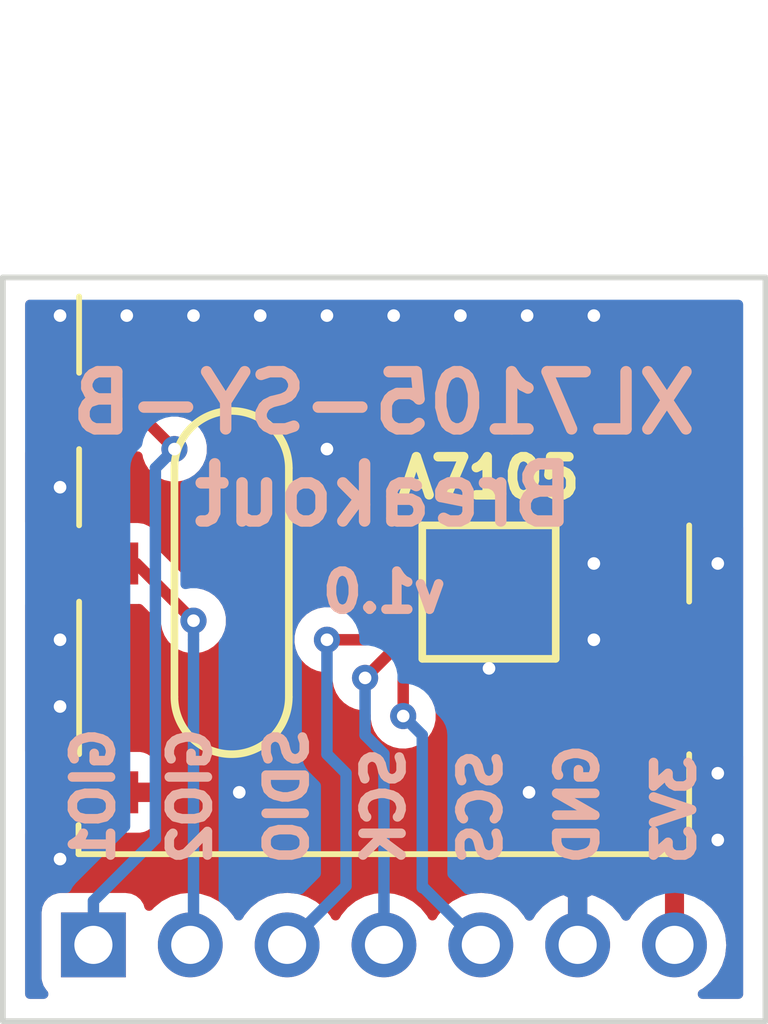
<source format=kicad_pcb>
(kicad_pcb (version 4) (host pcbnew 4.0.7)

  (general
    (links 8)
    (no_connects 0)
    (area 139.1176 94.572599 160.075001 123.5274)
    (thickness 0.8128)
    (drawings 22)
    (tracks 92)
    (zones 0)
    (modules 2)
    (nets 8)
  )

  (page A4)
  (layers
    (0 F.Cu signal)
    (31 B.Cu signal)
    (36 B.SilkS user)
    (37 F.SilkS user)
    (38 B.Mask user)
    (39 F.Mask user)
    (40 Dwgs.User user)
    (41 Cmts.User user)
    (42 Eco1.User user)
    (43 Eco2.User user)
    (44 Edge.Cuts user)
    (45 Margin user)
  )

  (setup
    (last_trace_width 0.3)
    (trace_clearance 0.1524)
    (zone_clearance 0.508)
    (zone_45_only no)
    (trace_min 0.1524)
    (segment_width 0.2)
    (edge_width 0.15)
    (via_size 0.6858)
    (via_drill 0.3302)
    (via_min_size 0.6858)
    (via_min_drill 0.3302)
    (uvia_size 0.6858)
    (uvia_drill 0.3302)
    (uvias_allowed no)
    (uvia_min_size 0.6858)
    (uvia_min_drill 0.3302)
    (pcb_text_width 0.3)
    (pcb_text_size 1.5 1.5)
    (mod_edge_width 0.15)
    (mod_text_size 1 1)
    (mod_text_width 0.15)
    (pad_size 1.524 1.524)
    (pad_drill 0.762)
    (pad_to_mask_clearance 0.0508)
    (aux_axis_origin 0 0)
    (visible_elements FFFFFF7F)
    (pcbplotparams
      (layerselection 0x010f0_80000001)
      (usegerberextensions false)
      (excludeedgelayer true)
      (linewidth 0.100000)
      (plotframeref false)
      (viasonmask false)
      (mode 1)
      (useauxorigin false)
      (hpglpennumber 1)
      (hpglpenspeed 20)
      (hpglpendiameter 15)
      (hpglpenoverlay 2)
      (psnegative false)
      (psa4output false)
      (plotreference true)
      (plotvalue true)
      (plotinvisibletext false)
      (padsonsilk false)
      (subtractmaskfromsilk false)
      (outputformat 1)
      (mirror false)
      (drillshape 0)
      (scaleselection 1)
      (outputdirectory ../gerbers/))
  )

  (net 0 "")
  (net 1 GIO1)
  (net 2 GIO2)
  (net 3 SDIO)
  (net 4 SCK)
  (net 5 GND)
  (net 6 VCC)
  (net 7 SCS)

  (net_class Default "This is the default net class."
    (clearance 0.1524)
    (trace_width 0.3)
    (via_dia 0.6858)
    (via_drill 0.3302)
    (uvia_dia 0.6858)
    (uvia_drill 0.3302)
    (add_net GIO1)
    (add_net GIO2)
    (add_net GND)
    (add_net SCK)
    (add_net SCS)
    (add_net SDIO)
    (add_net VCC)
  )

  (module XL7105-SY-B:XL7105-SY-B (layer F.Cu) (tedit 5AF4F405) (tstamp 5AF3E913)
    (at 143 103.5)
    (descr "Module, XL7105, A7105, 14 pad, SMD")
    (tags "Module XL7105-SY-B")
    (path /5AEB9301)
    (fp_text reference U1 (at 8.89 5.85 90) (layer F.SilkS) hide
      (effects (font (size 1 1) (thickness 0.15)))
    )
    (fp_text value XL7105-SY-B (at 5.08 5.85 90) (layer F.Fab) hide
      (effects (font (size 1 1) (thickness 0.15)))
    )
    (fp_line (start -1 1) (end -1 -1) (layer F.SilkS) (width 0.15))
    (fp_line (start 15 7) (end 15 5) (layer F.SilkS) (width 0.15))
    (fp_line (start 15 11) (end 15 13.621) (layer F.SilkS) (width 0.15))
    (fp_line (start -1 5) (end -1 3) (layer F.SilkS) (width 0.15))
    (fp_line (start -1 11) (end -1 7) (layer F.SilkS) (width 0.15))
    (fp_line (start -2.25 -0.5) (end -2.25 -8.75) (layer F.CrtYd) (width 0.05))
    (fp_line (start -2.25 -8.75) (end 15.25 -8.75) (layer F.CrtYd) (width 0.05))
    (fp_line (start 15.25 -8.75) (end 16.25 -8.75) (layer F.CrtYd) (width 0.05))
    (fp_line (start 16.25 -8.75) (end 16.25 14) (layer F.CrtYd) (width 0.05))
    (fp_line (start 16.25 14) (end -2.25 14) (layer F.CrtYd) (width 0.05))
    (fp_line (start -2.25 14) (end -2.25 -0.5) (layer F.CrtYd) (width 0.05))
    (fp_line (start -1.016 -8.382) (end 14.986 -8.382) (layer F.CrtYd) (width 0.1524))
    (fp_line (start 14.986 -8.382) (end 14.986 -0.889) (layer F.CrtYd) (width 0.1524))
    (fp_line (start -1.016 -8.382) (end -1.016 -1.016) (layer F.CrtYd) (width 0.1524))
    (fp_line (start -1.016 12.859) (end -1.016 13.621) (layer F.SilkS) (width 0.1524))
    (fp_line (start -1.016 13.621) (end 14.986 13.621) (layer F.SilkS) (width 0.1524))
    (fp_line (start 14.992 -8.4) (end -1.008 -2.6) (layer F.CrtYd) (width 0.1524))
    (fp_line (start -1.008 -8.4) (end 14.992 -2.6) (layer F.CrtYd) (width 0.1524))
    (fp_text user "No Copper" (at 6.892 -5.4) (layer F.CrtYd)
      (effects (font (size 1 1) (thickness 0.15)))
    )
    (fp_line (start -1.008 -2.6) (end 14.992 -2.6) (layer F.CrtYd) (width 0.1524))
    (fp_line (start 15 -8.4) (end 15 13.6) (layer F.Fab) (width 0.05))
    (fp_line (start 14.992 13.6) (end -1.008 13.6) (layer F.Fab) (width 0.05))
    (fp_line (start -1.008 13.6) (end -1.008 -8.4) (layer F.Fab) (width 0.05))
    (fp_line (start -1.008 -8.4) (end 14.992 -8.4) (layer F.Fab) (width 0.05))
    (pad 2 smd rect (at 0 2) (size 2.5 1.1) (drill (offset -0.7 0)) (layers F.Cu F.Mask)
      (net 1 GIO1))
    (pad 4 smd rect (at 0 6) (size 2.5 1.1) (drill (offset -0.7 0)) (layers F.Cu F.Mask)
      (net 2 GIO2))
    (pad 7 smd rect (at 0 12) (size 2.5 1.1) (drill (offset -0.7 0)) (layers F.Cu F.Mask)
      (net 5 GND))
    (pad 9 smd rect (at 14 10) (size 2.5 1.1) (drill (offset 0.7 0)) (layers F.Cu F.Mask)
      (net 6 VCC))
    (pad 10 smd rect (at 14 8) (size 2.5 1.1) (drill (offset 0.7 0)) (layers F.Cu F.Mask)
      (net 5 GND))
    (pad 12 smd rect (at 14 4) (size 2.5 1.1) (drill (offset 0.7 0)) (layers F.Cu F.Mask)
      (net 7 SCS))
    (pad 13 smd rect (at 14 2) (size 2.5 1.1) (drill (offset 0.7 0)) (layers F.Cu F.Mask)
      (net 4 SCK))
    (pad 14 smd rect (at 14 0) (size 2.5 1.1) (drill (offset 0.7 0)) (layers F.Cu F.Mask)
      (net 3 SDIO))
  )

  (module XL7105-SY-B:Pin_Header_Straight_1x07_Pitch2.54mm (layer F.Cu) (tedit 5AF4F765) (tstamp 5AF3E8ED)
    (at 142.375 119.5 90)
    (descr "Through hole straight pin header, 1x07, 2.54mm pitch, single row")
    (tags "Through hole pin header THT 1x07 2.54mm single row")
    (path /5AEB8D1D)
    (fp_text reference J1 (at 0 -2.33 90) (layer F.SilkS) hide
      (effects (font (size 1 1) (thickness 0.15)))
    )
    (fp_text value Conn_01x07 (at -3 7.625 180) (layer F.Fab) hide
      (effects (font (size 1 1) (thickness 0.15)))
    )
    (fp_line (start -0.635 -1.27) (end 1.27 -1.27) (layer F.Fab) (width 0.1))
    (fp_line (start 1.27 -1.27) (end 1.27 16.51) (layer F.Fab) (width 0.1))
    (fp_line (start 1.27 16.51) (end -1.27 16.51) (layer F.Fab) (width 0.1))
    (fp_line (start -1.27 16.51) (end -1.27 -0.635) (layer F.Fab) (width 0.1))
    (fp_line (start -1.27 -0.635) (end -0.635 -1.27) (layer F.Fab) (width 0.1))
    (fp_line (start -1.8 -1.8) (end -1.8 17.05) (layer F.CrtYd) (width 0.05))
    (fp_line (start -1.8 17.05) (end 1.8 17.05) (layer F.CrtYd) (width 0.05))
    (fp_line (start 1.8 17.05) (end 1.8 -1.8) (layer F.CrtYd) (width 0.05))
    (fp_line (start 1.8 -1.8) (end -1.8 -1.8) (layer F.CrtYd) (width 0.05))
    (fp_text user %R (at 2 -0.375 180) (layer F.Fab) hide
      (effects (font (size 1 1) (thickness 0.15)))
    )
    (pad 1 thru_hole rect (at 0 0 90) (size 1.7 1.7) (drill 1) (layers *.Cu *.Mask)
      (net 1 GIO1))
    (pad 2 thru_hole oval (at 0 2.54 90) (size 1.7 1.7) (drill 1) (layers *.Cu *.Mask)
      (net 2 GIO2))
    (pad 3 thru_hole oval (at 0 5.08 90) (size 1.7 1.7) (drill 1) (layers *.Cu *.Mask)
      (net 3 SDIO))
    (pad 4 thru_hole oval (at 0 7.62 90) (size 1.7 1.7) (drill 1) (layers *.Cu *.Mask)
      (net 4 SCK))
    (pad 5 thru_hole oval (at 0 10.16 90) (size 1.7 1.7) (drill 1) (layers *.Cu *.Mask)
      (net 7 SCS))
    (pad 6 thru_hole oval (at 0 12.7 90) (size 1.7 1.7) (drill 1) (layers *.Cu *.Mask)
      (net 5 GND))
    (pad 7 thru_hole oval (at 0 15.24 90) (size 1.7 1.7) (drill 1) (layers *.Cu *.Mask)
      (net 6 VCC))
    (model ${KISYS3DMOD}/Pin_Headers.3dshapes/Pin_Header_Straight_1x07_Pitch2.54mm.wrl
      (at (xyz 0 0 0))
      (scale (xyz 1 1 1))
      (rotate (xyz 0 0 0))
    )
  )

  (gr_text A7105 (at 152.75 107.25) (layer F.SilkS)
    (effects (font (size 1 1) (thickness 0.25)))
  )
  (gr_line (start 151 108.5) (end 151 112) (layer F.SilkS) (width 0.2))
  (gr_line (start 154.5 108.5) (end 151 108.5) (layer F.SilkS) (width 0.2))
  (gr_line (start 154.5 112) (end 154.5 108.5) (layer F.SilkS) (width 0.2))
  (gr_line (start 151 112) (end 154.5 112) (layer F.SilkS) (width 0.2))
  (gr_line (start 147.5 107) (end 147.5 113) (layer F.SilkS) (width 0.2) (tstamp 5AF44B46))
  (gr_line (start 144.5 107) (end 144.5 113) (layer F.SilkS) (width 0.2))
  (gr_arc (start 146 107) (end 144.5 107) (angle 180) (layer F.SilkS) (width 0.2))
  (gr_arc (start 146 113) (end 147.5 113) (angle 180) (layer F.SilkS) (width 0.2))
  (gr_text v1.0 (at 150 110.25) (layer B.SilkS)
    (effects (font (size 1 1) (thickness 0.25)) (justify mirror))
  )
  (gr_text "XL7105-SY-B\nBreakout" (at 149.987 106.5) (layer B.SilkS)
    (effects (font (size 1.5 1.5) (thickness 0.3)) (justify mirror))
  )
  (gr_text GIO1 (at 142.375 117.5 90) (layer B.SilkS) (tstamp 5AF433A9)
    (effects (font (size 1 1) (thickness 0.25)) (justify right mirror))
  )
  (gr_text GIO2 (at 144.915 117.5 90) (layer B.SilkS) (tstamp 5AF433A8)
    (effects (font (size 1 1) (thickness 0.25)) (justify right mirror))
  )
  (gr_text SDIO (at 147.455 117.5 90) (layer B.SilkS) (tstamp 5AF433A6)
    (effects (font (size 1 1) (thickness 0.25)) (justify right mirror))
  )
  (gr_text SCK (at 149.995 117.5 90) (layer B.SilkS) (tstamp 5AF433A5)
    (effects (font (size 1 1) (thickness 0.25)) (justify right mirror))
  )
  (gr_text SCS (at 152.535 117.5 90) (layer B.SilkS) (tstamp 5AF433A4)
    (effects (font (size 1 1) (thickness 0.25)) (justify right mirror))
  )
  (gr_text GND (at 155.075 117.5 90) (layer B.SilkS) (tstamp 5AF433A0)
    (effects (font (size 1 1) (thickness 0.25)) (justify right mirror))
  )
  (gr_line (start 140 121.5) (end 160 121.5) (layer Edge.Cuts) (width 0.15))
  (gr_line (start 140 102) (end 140 121.5) (layer Edge.Cuts) (width 0.15))
  (gr_line (start 160 102) (end 140 102) (layer Edge.Cuts) (width 0.15))
  (gr_line (start 160 121.5) (end 160 102) (layer Edge.Cuts) (width 0.15))
  (gr_text 3V3 (at 157.615 117.5 90) (layer B.SilkS)
    (effects (font (size 1 1) (thickness 0.25)) (justify right mirror))
  )

  (segment (start 142.375 119.5) (end 142.375 118.35) (width 0.3) (layer B.Cu) (net 1))
  (segment (start 142.375 118.35) (end 144 116.725) (width 0.3) (layer B.Cu) (net 1))
  (segment (start 144 116.725) (end 144 107) (width 0.3) (layer B.Cu) (net 1))
  (segment (start 144 107) (end 144.5 106.5) (width 0.3) (layer B.Cu) (net 1))
  (segment (start 143 105.5) (end 143.5 105.5) (width 0.25) (layer F.Cu) (net 1))
  (via (at 144.5 106.5) (size 0.6858) (drill 0.3302) (layers F.Cu B.Cu) (net 1))
  (segment (start 143.5 105.5) (end 144.5 106.5) (width 0.3) (layer F.Cu) (net 1))
  (segment (start 145 111) (end 145 111.5) (width 0.3) (layer B.Cu) (net 2))
  (segment (start 143.5 109.5) (end 145 111) (width 0.3) (layer F.Cu) (net 2))
  (via (at 145 111) (size 0.6858) (drill 0.3302) (layers F.Cu B.Cu) (net 2))
  (segment (start 143 109.5) (end 143.5 109.5) (width 0.25) (layer F.Cu) (net 2))
  (segment (start 145 111.5) (end 145 119.415) (width 0.3) (layer B.Cu) (net 2))
  (segment (start 145 119.415) (end 144.915 119.5) (width 0.25) (layer B.Cu) (net 2))
  (segment (start 149 115) (end 149 117.955) (width 0.3) (layer B.Cu) (net 3))
  (segment (start 149 117.955) (end 147.455 119.5) (width 0.3) (layer B.Cu) (net 3))
  (segment (start 148.5 114.5) (end 149 115) (width 0.3) (layer B.Cu) (net 3))
  (segment (start 148.5 111.5) (end 148.5 114.5) (width 0.3) (layer B.Cu) (net 3))
  (segment (start 149.5 111.5) (end 148.5 111.5) (width 0.3) (layer F.Cu) (net 3))
  (segment (start 155.5 105.5) (end 149.5 111.5) (width 0.3) (layer F.Cu) (net 3))
  (segment (start 155.5 104.5) (end 155.5 105.5) (width 0.3) (layer F.Cu) (net 3))
  (segment (start 156.5 103.5) (end 155.5 104.5) (width 0.3) (layer F.Cu) (net 3))
  (segment (start 157 103.5) (end 156.5 103.5) (width 0.3) (layer F.Cu) (net 3))
  (via (at 148.5 111.5) (size 0.6858) (drill 0.3302) (layers F.Cu B.Cu) (net 3))
  (segment (start 149.5 114) (end 149.995 114.495) (width 0.3) (layer B.Cu) (net 4))
  (segment (start 149.995 114.495) (end 149.995 119.5) (width 0.3) (layer B.Cu) (net 4))
  (segment (start 149.5 112.5) (end 149.5 114) (width 0.3) (layer B.Cu) (net 4))
  (segment (start 157 105.5) (end 156.5 105.5) (width 0.3) (layer F.Cu) (net 4))
  (segment (start 156.5 105.5) (end 149.5 112.5) (width 0.3) (layer F.Cu) (net 4))
  (via (at 149.5 112.5) (size 0.6858) (drill 0.3302) (layers F.Cu B.Cu) (net 4))
  (segment (start 157 111.5) (end 155.5 111.5) (width 0.5) (layer F.Cu) (net 5))
  (segment (start 155.5 111.5) (end 153.5 111.5) (width 0.3) (layer F.Cu) (net 5))
  (segment (start 153.5 111.5) (end 152.75 112.25) (width 0.3) (layer F.Cu) (net 5))
  (via (at 152.75 112.25) (size 0.6858) (drill 0.3302) (layers F.Cu B.Cu) (net 5))
  (segment (start 141.5 111.5) (end 141.5 107.5) (width 0.3) (layer B.Cu) (net 5))
  (via (at 141.5 107.5) (size 0.6858) (drill 0.3302) (layers F.Cu B.Cu) (net 5))
  (segment (start 141.5 113.25) (end 141.5 111.5) (width 0.3) (layer F.Cu) (net 5))
  (via (at 141.5 111.5) (size 0.6858) (drill 0.3302) (layers F.Cu B.Cu) (net 5))
  (segment (start 141.5 117.25) (end 141.5 113.25) (width 0.3) (layer B.Cu) (net 5))
  (via (at 141.5 113.25) (size 0.6858) (drill 0.3302) (layers F.Cu B.Cu) (net 5))
  (segment (start 143 115.5) (end 143 115.75) (width 0.3) (layer F.Cu) (net 5))
  (segment (start 143 115.75) (end 141.5 117.25) (width 0.3) (layer F.Cu) (net 5))
  (via (at 141.5 117.25) (size 0.6858) (drill 0.3302) (layers F.Cu B.Cu) (net 5))
  (segment (start 148.5 106.5) (end 146.2 108.8) (width 0.3) (layer B.Cu) (net 5))
  (segment (start 146.2 108.8) (end 146.2 115.5) (width 0.3) (layer B.Cu) (net 5))
  (segment (start 141.5 103) (end 145 103) (width 0.3) (layer F.Cu) (net 5))
  (segment (start 145 103) (end 148.5 106.5) (width 0.3) (layer F.Cu) (net 5))
  (via (at 148.5 106.5) (size 0.6858) (drill 0.3302) (layers F.Cu B.Cu) (net 5))
  (segment (start 143.25 103) (end 141.5 103) (width 0.3) (layer B.Cu) (net 5))
  (via (at 141.5 103) (size 0.6858) (drill 0.3302) (layers F.Cu B.Cu) (net 5))
  (segment (start 145 103) (end 143.25 103) (width 0.3) (layer F.Cu) (net 5))
  (via (at 143.25 103) (size 0.6858) (drill 0.3302) (layers F.Cu B.Cu) (net 5))
  (segment (start 146.75 103) (end 145 103) (width 0.3) (layer B.Cu) (net 5))
  (via (at 145 103) (size 0.6858) (drill 0.3302) (layers F.Cu B.Cu) (net 5))
  (segment (start 148.5 103) (end 146.75 103) (width 0.3) (layer F.Cu) (net 5))
  (via (at 146.75 103) (size 0.6858) (drill 0.3302) (layers F.Cu B.Cu) (net 5))
  (segment (start 150.25 103) (end 148.5 103) (width 0.3) (layer B.Cu) (net 5))
  (via (at 148.5 103) (size 0.6858) (drill 0.3302) (layers F.Cu B.Cu) (net 5))
  (segment (start 152 103) (end 150.25 103) (width 0.3) (layer F.Cu) (net 5))
  (via (at 150.25 103) (size 0.6858) (drill 0.3302) (layers F.Cu B.Cu) (net 5))
  (segment (start 153.75 103) (end 152 103) (width 0.3) (layer B.Cu) (net 5))
  (via (at 152 103) (size 0.6858) (drill 0.3302) (layers F.Cu B.Cu) (net 5))
  (segment (start 155.5 103) (end 153.75 103) (width 0.3) (layer F.Cu) (net 5))
  (via (at 153.75 103) (size 0.6858) (drill 0.3302) (layers F.Cu B.Cu) (net 5))
  (segment (start 155.5 109.5) (end 155.5 103) (width 0.3) (layer B.Cu) (net 5))
  (via (at 155.5 103) (size 0.6858) (drill 0.3302) (layers F.Cu B.Cu) (net 5))
  (via (at 155.5 109.5) (size 0.6858) (drill 0.3302) (layers F.Cu B.Cu) (net 5))
  (segment (start 158.75 109.5) (end 155.5 109.5) (width 0.3) (layer F.Cu) (net 5))
  (segment (start 156.75 111.5) (end 158.75 109.5) (width 0.3) (layer B.Cu) (net 5))
  (via (at 158.75 109.5) (size 0.6858) (drill 0.3302) (layers F.Cu B.Cu) (net 5))
  (segment (start 158.75 115) (end 158.75 116.75) (width 0.3) (layer F.Cu) (net 5))
  (via (at 158.75 116.75) (size 0.6858) (drill 0.3302) (layers F.Cu B.Cu) (net 5))
  (segment (start 155.5 111.5) (end 158.75 114.75) (width 0.3) (layer B.Cu) (net 5))
  (segment (start 158.75 114.75) (end 158.75 115) (width 0.3) (layer B.Cu) (net 5))
  (via (at 158.75 115) (size 0.6858) (drill 0.3302) (layers F.Cu B.Cu) (net 5))
  (segment (start 153.8 115.5) (end 153.8 113.2) (width 0.3) (layer F.Cu) (net 5))
  (segment (start 153.8 113.2) (end 155.5 111.5) (width 0.3) (layer F.Cu) (net 5))
  (via (at 155.5 111.5) (size 0.6858) (drill 0.3302) (layers F.Cu B.Cu) (net 5))
  (segment (start 146.2 115.5) (end 146.2 112.844954) (width 0.3) (layer B.Cu) (net 5))
  (via (at 153.8 115.5) (size 0.6858) (drill 0.3302) (layers F.Cu B.Cu) (net 5))
  (segment (start 143 115.5) (end 146.2 115.5) (width 0.5) (layer F.Cu) (net 5))
  (via (at 146.2 115.5) (size 0.6858) (drill 0.3302) (layers F.Cu B.Cu) (net 5))
  (segment (start 157.615 119.5) (end 157.615 114.115) (width 0.5) (layer F.Cu) (net 6))
  (segment (start 157.615 114.115) (end 157 113.5) (width 0.5) (layer F.Cu) (net 6))
  (segment (start 152.535 119.5) (end 151.035 118) (width 0.3) (layer B.Cu) (net 7))
  (segment (start 151.035 118) (end 151 118) (width 0.3) (layer B.Cu) (net 7))
  (segment (start 151 114) (end 151 118) (width 0.3) (layer B.Cu) (net 7))
  (segment (start 151 114) (end 150.5 113.5) (width 0.3) (layer B.Cu) (net 7))
  (segment (start 150.5 112.5) (end 150.5 113.5) (width 0.3) (layer F.Cu) (net 7))
  (segment (start 155.5 107.5) (end 150.5 112.5) (width 0.3) (layer F.Cu) (net 7))
  (segment (start 157 107.5) (end 155.5 107.5) (width 0.3) (layer F.Cu) (net 7))
  (segment (start 157 107.5) (end 156.5 107.5) (width 0.1524) (layer F.Cu) (net 7))
  (via (at 150.5 113.5) (size 0.6858) (drill 0.3302) (layers F.Cu B.Cu) (net 7))

  (zone (net 5) (net_name GND) (layer B.Cu) (tstamp 0) (hatch edge 0.508)
    (connect_pads (clearance 0.508))
    (min_thickness 0.254)
    (fill yes (arc_segments 32) (thermal_gap 0.508) (thermal_bridge_width 0.508))
    (polygon
      (pts
        (xy 140.5 102.5) (xy 159.5 102.5) (xy 159.5 121) (xy 140.5 121)
      )
    )
    (filled_polygon
      (pts
        (xy 159.29 120.79) (xy 158.351197 120.79) (xy 158.428131 120.74978) (xy 158.654 120.568177) (xy 158.840294 120.346161)
        (xy 158.979916 120.092189) (xy 159.067549 119.815934) (xy 159.099855 119.527919) (xy 159.1 119.507185) (xy 159.1 119.492815)
        (xy 159.071718 119.204377) (xy 158.987951 118.926925) (xy 158.851888 118.671029) (xy 158.668713 118.446433) (xy 158.445401 118.261694)
        (xy 158.190461 118.123848) (xy 157.913601 118.038146) (xy 157.625367 118.007851) (xy 157.336739 118.034118) (xy 157.058709 118.115947)
        (xy 156.801869 118.25022) (xy 156.576 118.431823) (xy 156.389706 118.653839) (xy 156.3424 118.739889) (xy 156.270178 118.618645)
        (xy 156.075269 118.402412) (xy 155.84192 118.228359) (xy 155.579099 118.103175) (xy 155.43189 118.058524) (xy 155.202 118.179845)
        (xy 155.202 119.373) (xy 155.222 119.373) (xy 155.222 119.627) (xy 155.202 119.627) (xy 155.202 119.647)
        (xy 154.948 119.647) (xy 154.948 119.627) (xy 154.928 119.627) (xy 154.928 119.373) (xy 154.948 119.373)
        (xy 154.948 118.179845) (xy 154.71811 118.058524) (xy 154.570901 118.103175) (xy 154.30808 118.228359) (xy 154.074731 118.402412)
        (xy 153.879822 118.618645) (xy 153.808077 118.73909) (xy 153.771888 118.671029) (xy 153.588713 118.446433) (xy 153.365401 118.261694)
        (xy 153.110461 118.123848) (xy 152.833601 118.038146) (xy 152.545367 118.007851) (xy 152.256739 118.034118) (xy 152.19689 118.051732)
        (xy 151.785 117.639842) (xy 151.785 114) (xy 151.777922 113.927817) (xy 151.771604 113.855598) (xy 151.770453 113.851636)
        (xy 151.77005 113.847526) (xy 151.749079 113.778065) (xy 151.728861 113.708476) (xy 151.726963 113.704814) (xy 151.725769 113.70086)
        (xy 151.691729 113.636841) (xy 151.658357 113.572459) (xy 151.65578 113.569231) (xy 151.653843 113.565588) (xy 151.607993 113.509369)
        (xy 151.562774 113.452726) (xy 151.55711 113.446982) (xy 151.557013 113.446862) (xy 151.556903 113.446771) (xy 151.555079 113.444921)
        (xy 151.468973 113.358815) (xy 151.440693 113.215988) (xy 151.367613 113.038682) (xy 151.261485 112.878948) (xy 151.126353 112.742869)
        (xy 150.967364 112.635629) (xy 150.790572 112.561313) (xy 150.602713 112.522751) (xy 150.476298 112.521868) (xy 150.477942 112.404112)
        (xy 150.440693 112.215988) (xy 150.367613 112.038682) (xy 150.261485 111.878948) (xy 150.126353 111.742869) (xy 149.967364 111.635629)
        (xy 149.790572 111.561313) (xy 149.602713 111.522751) (xy 149.476298 111.521868) (xy 149.477942 111.404112) (xy 149.440693 111.215988)
        (xy 149.367613 111.038682) (xy 149.261485 110.878948) (xy 149.126353 110.742869) (xy 148.967364 110.635629) (xy 148.790572 110.561313)
        (xy 148.602713 110.522751) (xy 148.410942 110.521412) (xy 148.222562 110.557347) (xy 148.04475 110.629188) (xy 147.884279 110.734198)
        (xy 147.74726 110.868376) (xy 147.638913 111.026613) (xy 147.563364 111.202882) (xy 147.523492 111.390467) (xy 147.520814 111.582225)
        (xy 147.555433 111.77085) (xy 147.626031 111.949159) (xy 147.715 112.087212) (xy 147.715 114.5) (xy 147.722078 114.572183)
        (xy 147.728396 114.644402) (xy 147.729547 114.648364) (xy 147.72995 114.652474) (xy 147.750921 114.721935) (xy 147.771139 114.791524)
        (xy 147.773037 114.795186) (xy 147.774231 114.79914) (xy 147.80826 114.863138) (xy 147.841643 114.927542) (xy 147.844222 114.930772)
        (xy 147.846157 114.934412) (xy 147.89199 114.990609) (xy 147.937226 115.047274) (xy 147.94289 115.053018) (xy 147.942987 115.053138)
        (xy 147.943097 115.053229) (xy 147.944921 115.055079) (xy 148.215 115.325158) (xy 148.215 117.629842) (xy 147.794145 118.050697)
        (xy 147.753601 118.038146) (xy 147.465367 118.007851) (xy 147.176739 118.034118) (xy 146.898709 118.115947) (xy 146.641869 118.25022)
        (xy 146.416 118.431823) (xy 146.229706 118.653839) (xy 146.185502 118.734247) (xy 146.151888 118.671029) (xy 145.968713 118.446433)
        (xy 145.785 118.294453) (xy 145.785 111.583735) (xy 145.854394 111.485363) (xy 145.932396 111.310167) (xy 145.974884 111.123156)
        (xy 145.977942 110.904112) (xy 145.940693 110.715988) (xy 145.867613 110.538682) (xy 145.761485 110.378948) (xy 145.626353 110.242869)
        (xy 145.467364 110.135629) (xy 145.290572 110.061313) (xy 145.102713 110.022751) (xy 144.910942 110.021412) (xy 144.785 110.045436)
        (xy 144.785 107.438385) (xy 144.943047 107.377083) (xy 145.104969 107.274325) (xy 145.243848 107.142072) (xy 145.354394 106.985363)
        (xy 145.432396 106.810167) (xy 145.474884 106.623156) (xy 145.477942 106.404112) (xy 145.440693 106.215988) (xy 145.367613 106.038682)
        (xy 145.261485 105.878948) (xy 145.126353 105.742869) (xy 144.967364 105.635629) (xy 144.790572 105.561313) (xy 144.602713 105.522751)
        (xy 144.410942 105.521412) (xy 144.222562 105.557347) (xy 144.04475 105.629188) (xy 143.884279 105.734198) (xy 143.74726 105.868376)
        (xy 143.638913 106.026613) (xy 143.563364 106.202882) (xy 143.530002 106.35984) (xy 143.444921 106.444921) (xy 143.398885 106.500966)
        (xy 143.352286 106.556501) (xy 143.350298 106.560117) (xy 143.347677 106.563308) (xy 143.313394 106.627245) (xy 143.278479 106.690756)
        (xy 143.277232 106.694688) (xy 143.27528 106.698328) (xy 143.254089 106.767641) (xy 143.232154 106.836789) (xy 143.231693 106.840897)
        (xy 143.230488 106.844839) (xy 143.223164 106.916944) (xy 143.215077 106.98904) (xy 143.21502 106.997109) (xy 143.215005 106.99726)
        (xy 143.215018 106.9974) (xy 143.215 107) (xy 143.215 116.399842) (xy 141.819921 117.794921) (xy 141.773885 117.850966)
        (xy 141.727286 117.906501) (xy 141.725298 117.910117) (xy 141.722677 117.913308) (xy 141.688394 117.977245) (xy 141.669327 118.011928)
        (xy 141.525 118.011928) (xy 141.423879 118.019992) (xy 141.252366 118.073106) (xy 141.102441 118.1719) (xy 140.985975 118.30855)
        (xy 140.91219 118.472237) (xy 140.886928 118.65) (xy 140.886928 120.35) (xy 140.894992 120.451121) (xy 140.948106 120.622634)
        (xy 141.0469 120.772559) (xy 141.067364 120.79) (xy 140.71 120.79) (xy 140.71 102.71) (xy 159.29 102.71)
      )
    )
  )
  (zone (net 5) (net_name GND) (layer F.Cu) (tstamp 0) (hatch edge 0.508)
    (connect_pads (clearance 0.508))
    (min_thickness 0.254)
    (fill yes (arc_segments 32) (thermal_gap 0.508) (thermal_bridge_width 0.508))
    (polygon
      (pts
        (xy 140.5 102.5) (xy 159.5 102.5) (xy 159.5 121) (xy 140.5 121)
      )
    )
    (filled_polygon
      (pts
        (xy 159.29 120.79) (xy 158.351197 120.79) (xy 158.428131 120.74978) (xy 158.654 120.568177) (xy 158.840294 120.346161)
        (xy 158.979916 120.092189) (xy 159.067549 119.815934) (xy 159.099855 119.527919) (xy 159.1 119.507185) (xy 159.1 119.492815)
        (xy 159.071718 119.204377) (xy 158.987951 118.926925) (xy 158.851888 118.671029) (xy 158.668713 118.446433) (xy 158.5 118.306862)
        (xy 158.5 114.688072) (xy 158.95 114.688072) (xy 159.051121 114.680008) (xy 159.222634 114.626894) (xy 159.29 114.582503)
      )
    )
    (filled_polygon
      (pts
        (xy 155.83719 102.772237) (xy 155.811928 102.95) (xy 155.811928 103.077914) (xy 154.944921 103.944921) (xy 154.898885 104.000966)
        (xy 154.852286 104.056501) (xy 154.850298 104.060117) (xy 154.847677 104.063308) (xy 154.813394 104.127245) (xy 154.778479 104.190756)
        (xy 154.777232 104.194688) (xy 154.77528 104.198328) (xy 154.754089 104.267641) (xy 154.732154 104.336789) (xy 154.731693 104.340897)
        (xy 154.730488 104.344839) (xy 154.723164 104.416944) (xy 154.715077 104.48904) (xy 154.71502 104.497109) (xy 154.715005 104.49726)
        (xy 154.715018 104.4974) (xy 154.715 104.5) (xy 154.715 105.174842) (xy 149.174842 110.715) (xy 149.085036 110.715)
        (xy 148.967364 110.635629) (xy 148.790572 110.561313) (xy 148.602713 110.522751) (xy 148.410942 110.521412) (xy 148.222562 110.557347)
        (xy 148.04475 110.629188) (xy 147.884279 110.734198) (xy 147.74726 110.868376) (xy 147.638913 111.026613) (xy 147.563364 111.202882)
        (xy 147.523492 111.390467) (xy 147.520814 111.582225) (xy 147.555433 111.77085) (xy 147.626031 111.949159) (xy 147.729918 112.11036)
        (xy 147.863137 112.248312) (xy 148.020613 112.357761) (xy 148.19635 112.434539) (xy 148.383652 112.47572) (xy 148.522261 112.478623)
        (xy 148.520814 112.582225) (xy 148.555433 112.77085) (xy 148.626031 112.949159) (xy 148.729918 113.11036) (xy 148.863137 113.248312)
        (xy 149.020613 113.357761) (xy 149.19635 113.434539) (xy 149.383652 113.47572) (xy 149.522261 113.478623) (xy 149.520814 113.582225)
        (xy 149.555433 113.77085) (xy 149.626031 113.949159) (xy 149.729918 114.11036) (xy 149.863137 114.248312) (xy 150.020613 114.357761)
        (xy 150.19635 114.434539) (xy 150.383652 114.47572) (xy 150.575387 114.479736) (xy 150.764249 114.446434) (xy 150.943047 114.377083)
        (xy 151.104969 114.274325) (xy 151.243848 114.142072) (xy 151.354394 113.985363) (xy 151.432396 113.810167) (xy 151.474884 113.623156)
        (xy 151.477942 113.404112) (xy 151.440693 113.215988) (xy 151.367613 113.038682) (xy 151.285 112.914341) (xy 151.285 112.825158)
        (xy 153.2227 110.887458) (xy 155.815 110.887458) (xy 155.815 111.21425) (xy 155.97375 111.373) (xy 157.573 111.373)
        (xy 157.573 110.47375) (xy 157.41425 110.315) (xy 156.387458 110.315) (xy 156.264777 110.339403) (xy 156.149215 110.38727)
        (xy 156.045211 110.456763) (xy 155.956763 110.545211) (xy 155.88727 110.649215) (xy 155.839403 110.764777) (xy 155.815 110.887458)
        (xy 153.2227 110.887458) (xy 155.825158 108.285) (xy 155.861452 108.285) (xy 155.873106 108.322634) (xy 155.9719 108.472559)
        (xy 156.10855 108.589025) (xy 156.272237 108.66281) (xy 156.45 108.688072) (xy 158.95 108.688072) (xy 159.051121 108.680008)
        (xy 159.222634 108.626894) (xy 159.29 108.582503) (xy 159.29 110.413473) (xy 159.250785 110.38727) (xy 159.135223 110.339403)
        (xy 159.012542 110.315) (xy 157.98575 110.315) (xy 157.827 110.47375) (xy 157.827 111.373) (xy 157.847 111.373)
        (xy 157.847 111.627) (xy 157.827 111.627) (xy 157.827 111.647) (xy 157.573 111.647) (xy 157.573 111.627)
        (xy 155.97375 111.627) (xy 155.815 111.78575) (xy 155.815 112.112542) (xy 155.839403 112.235223) (xy 155.88727 112.350785)
        (xy 155.956763 112.454789) (xy 156.002793 112.500819) (xy 155.910975 112.60855) (xy 155.83719 112.772237) (xy 155.811928 112.95)
        (xy 155.811928 114.05) (xy 155.819992 114.151121) (xy 155.873106 114.322634) (xy 155.9719 114.472559) (xy 156.10855 114.589025)
        (xy 156.272237 114.66281) (xy 156.45 114.688072) (xy 156.73 114.688072) (xy 156.73 118.308004) (xy 156.576 118.431823)
        (xy 156.389706 118.653839) (xy 156.3424 118.739889) (xy 156.270178 118.618645) (xy 156.075269 118.402412) (xy 155.84192 118.228359)
        (xy 155.579099 118.103175) (xy 155.43189 118.058524) (xy 155.202 118.179845) (xy 155.202 119.373) (xy 155.222 119.373)
        (xy 155.222 119.627) (xy 155.202 119.627) (xy 155.202 119.647) (xy 154.948 119.647) (xy 154.948 119.627)
        (xy 154.928 119.627) (xy 154.928 119.373) (xy 154.948 119.373) (xy 154.948 118.179845) (xy 154.71811 118.058524)
        (xy 154.570901 118.103175) (xy 154.30808 118.228359) (xy 154.074731 118.402412) (xy 153.879822 118.618645) (xy 153.808077 118.73909)
        (xy 153.771888 118.671029) (xy 153.588713 118.446433) (xy 153.365401 118.261694) (xy 153.110461 118.123848) (xy 152.833601 118.038146)
        (xy 152.545367 118.007851) (xy 152.256739 118.034118) (xy 151.978709 118.115947) (xy 151.721869 118.25022) (xy 151.496 118.431823)
        (xy 151.309706 118.653839) (xy 151.265502 118.734247) (xy 151.231888 118.671029) (xy 151.048713 118.446433) (xy 150.825401 118.261694)
        (xy 150.570461 118.123848) (xy 150.293601 118.038146) (xy 150.005367 118.007851) (xy 149.716739 118.034118) (xy 149.438709 118.115947)
        (xy 149.181869 118.25022) (xy 148.956 118.431823) (xy 148.769706 118.653839) (xy 148.725502 118.734247) (xy 148.691888 118.671029)
        (xy 148.508713 118.446433) (xy 148.285401 118.261694) (xy 148.030461 118.123848) (xy 147.753601 118.038146) (xy 147.465367 118.007851)
        (xy 147.176739 118.034118) (xy 146.898709 118.115947) (xy 146.641869 118.25022) (xy 146.416 118.431823) (xy 146.229706 118.653839)
        (xy 146.185502 118.734247) (xy 146.151888 118.671029) (xy 145.968713 118.446433) (xy 145.745401 118.261694) (xy 145.490461 118.123848)
        (xy 145.213601 118.038146) (xy 144.925367 118.007851) (xy 144.636739 118.034118) (xy 144.358709 118.115947) (xy 144.101869 118.25022)
        (xy 143.876 118.431823) (xy 143.834189 118.481651) (xy 143.801894 118.377366) (xy 143.7031 118.227441) (xy 143.56645 118.110975)
        (xy 143.402763 118.03719) (xy 143.225 118.011928) (xy 141.525 118.011928) (xy 141.423879 118.019992) (xy 141.252366 118.073106)
        (xy 141.102441 118.1719) (xy 140.985975 118.30855) (xy 140.91219 118.472237) (xy 140.886928 118.65) (xy 140.886928 120.35)
        (xy 140.894992 120.451121) (xy 140.948106 120.622634) (xy 141.0469 120.772559) (xy 141.067364 120.79) (xy 140.71 120.79)
        (xy 140.71 116.586527) (xy 140.749215 116.61273) (xy 140.864777 116.660597) (xy 140.987458 116.685) (xy 142.01425 116.685)
        (xy 142.173 116.52625) (xy 142.173 115.627) (xy 142.427 115.627) (xy 142.427 116.52625) (xy 142.58575 116.685)
        (xy 143.612542 116.685) (xy 143.735223 116.660597) (xy 143.850785 116.61273) (xy 143.954789 116.543237) (xy 144.043237 116.454789)
        (xy 144.11273 116.350785) (xy 144.160597 116.235223) (xy 144.185 116.112542) (xy 144.185 115.78575) (xy 144.02625 115.627)
        (xy 142.427 115.627) (xy 142.173 115.627) (xy 142.153 115.627) (xy 142.153 115.373) (xy 142.173 115.373)
        (xy 142.173 114.47375) (xy 142.427 114.47375) (xy 142.427 115.373) (xy 144.02625 115.373) (xy 144.185 115.21425)
        (xy 144.185 114.887458) (xy 144.160597 114.764777) (xy 144.11273 114.649215) (xy 144.043237 114.545211) (xy 143.954789 114.456763)
        (xy 143.850785 114.38727) (xy 143.735223 114.339403) (xy 143.612542 114.315) (xy 142.58575 114.315) (xy 142.427 114.47375)
        (xy 142.173 114.47375) (xy 142.01425 114.315) (xy 140.987458 114.315) (xy 140.864777 114.339403) (xy 140.749215 114.38727)
        (xy 140.71 114.413473) (xy 140.71 110.589679) (xy 140.872237 110.66281) (xy 141.05 110.688072) (xy 143.55 110.688072)
        (xy 143.575852 110.68601) (xy 144.031772 111.14193) (xy 144.055433 111.27085) (xy 144.126031 111.449159) (xy 144.229918 111.61036)
        (xy 144.363137 111.748312) (xy 144.520613 111.857761) (xy 144.69635 111.934539) (xy 144.883652 111.97572) (xy 145.075387 111.979736)
        (xy 145.264249 111.946434) (xy 145.443047 111.877083) (xy 145.604969 111.774325) (xy 145.743848 111.642072) (xy 145.854394 111.485363)
        (xy 145.932396 111.310167) (xy 145.974884 111.123156) (xy 145.977942 110.904112) (xy 145.940693 110.715988) (xy 145.867613 110.538682)
        (xy 145.761485 110.378948) (xy 145.626353 110.242869) (xy 145.467364 110.135629) (xy 145.290572 110.061313) (xy 145.140708 110.03055)
        (xy 144.188072 109.077914) (xy 144.188072 108.95) (xy 144.180008 108.848879) (xy 144.126894 108.677366) (xy 144.0281 108.527441)
        (xy 143.89145 108.410975) (xy 143.727763 108.33719) (xy 143.55 108.311928) (xy 141.05 108.311928) (xy 140.948879 108.319992)
        (xy 140.777366 108.373106) (xy 140.71 108.417497) (xy 140.71 106.589679) (xy 140.872237 106.66281) (xy 141.05 106.688072)
        (xy 143.54024 106.688072) (xy 143.555433 106.77085) (xy 143.626031 106.949159) (xy 143.729918 107.11036) (xy 143.863137 107.248312)
        (xy 144.020613 107.357761) (xy 144.19635 107.434539) (xy 144.383652 107.47572) (xy 144.575387 107.479736) (xy 144.764249 107.446434)
        (xy 144.943047 107.377083) (xy 145.104969 107.274325) (xy 145.243848 107.142072) (xy 145.354394 106.985363) (xy 145.432396 106.810167)
        (xy 145.474884 106.623156) (xy 145.477942 106.404112) (xy 145.440693 106.215988) (xy 145.367613 106.038682) (xy 145.261485 105.878948)
        (xy 145.126353 105.742869) (xy 144.967364 105.635629) (xy 144.790572 105.561313) (xy 144.640708 105.53055) (xy 144.188072 105.077914)
        (xy 144.188072 104.95) (xy 144.180008 104.848879) (xy 144.126894 104.677366) (xy 144.0281 104.527441) (xy 143.89145 104.410975)
        (xy 143.727763 104.33719) (xy 143.55 104.311928) (xy 141.05 104.311928) (xy 140.948879 104.319992) (xy 140.777366 104.373106)
        (xy 140.71 104.417497) (xy 140.71 102.71) (xy 155.865245 102.71)
      )
    )
  )
)

</source>
